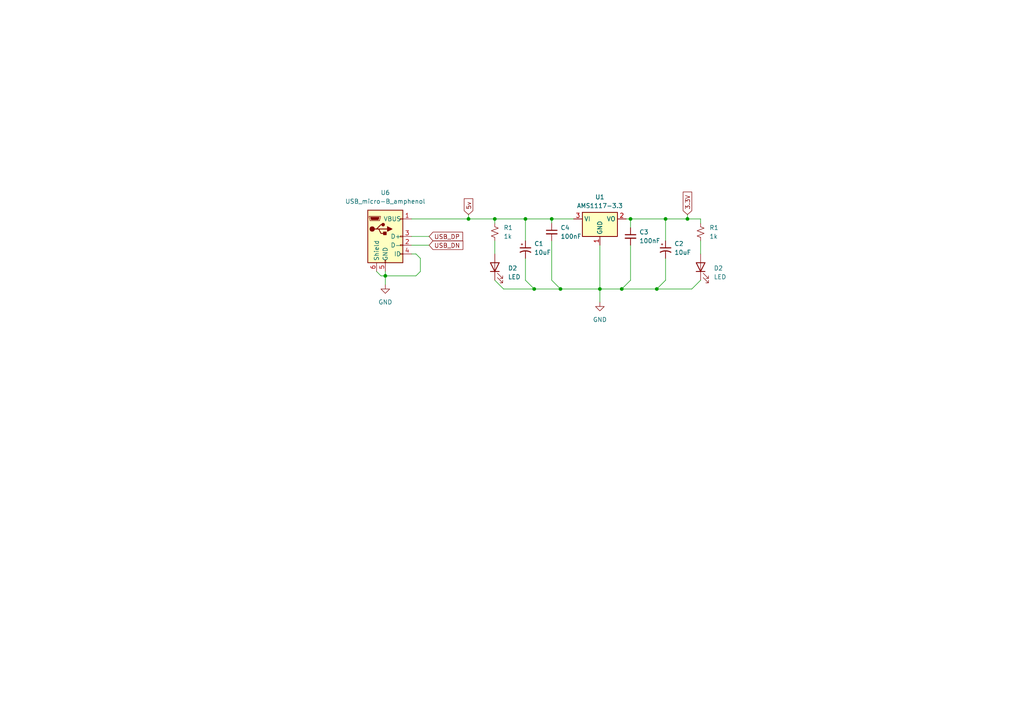
<source format=kicad_sch>
(kicad_sch (version 20230121) (generator eeschema)
  (paper "A4")
  (lib_symbols
    (symbol "Device:C_Polarized_Small_US" (pin_numbers hide) (pin_names (offset 0.254) hide)
      (property "Reference" "C" (at 0.254 1.778 0))
      (property "Value" "C_Polarized_Small_US" (at 0.254 -2.032 0))
      (symbol "C_Polarized_Small_US_0_1"
        (polyline (pts (xy -1.524 0.508) (xy 1.524 0.508)) (stroke (width 0.3048)))
        (polyline (pts (xy -1.27 1.524) (xy -0.762 1.524)))
        (polyline (pts (xy -1.016 1.27) (xy -1.016 1.778)))
        (arc (start 1.524 -0.762) (mid 0 -0.3734) (end -1.524 -0.762) (stroke (width 0.3048)))
      )
      (symbol "C_Polarized_Small_US_1_1"
        (pin passive line (at 0 2.54 270) (length 2.032) (name "~") (number "1"))
        (pin passive line (at 0 -2.54 90) (length 2.032) (name "~") (number "2"))
      )
    )
    (symbol "Device:C_Small" (pin_numbers hide) (pin_names (offset 0.254) hide)
      (property "Reference" "C" (at 0.254 1.778 0))
      (property "Value" "C_Small" (at 0.254 -2.032 0))
      (symbol "C_Small_0_1"
        (polyline (pts (xy -1.524 -0.508) (xy 1.524 -0.508)) (stroke (width 0.3302)))
        (polyline (pts (xy -1.524 0.508) (xy 1.524 0.508)) (stroke (width 0.3048)))
      )
      (symbol "C_Small_1_1"
        (pin passive line (at 0 2.54 270) (length 2.032) (name "~") (number "1"))
        (pin passive line (at 0 -2.54 90) (length 2.032) (name "~") (number "2"))
      )
    )
    (symbol "Device:LED" (pin_numbers hide) (pin_names (offset 1.016) hide)
      (property "Reference" "D" (at 0 2.54 0))
      (property "Value" "LED" (at 0 -2.54 0))
      (symbol "LED_0_1"
        (polyline (pts (xy -1.27 -1.27) (xy -1.27 1.27)) (stroke (width 0.254)))
        (polyline (pts (xy -1.27 0) (xy 1.27 0)))
        (polyline (pts (xy 1.27 -1.27) (xy 1.27 1.27) (xy -1.27 0) (xy 1.27 -1.27)) (stroke (width 0.254)))
        (polyline (pts (xy -3.048 -0.762) (xy -4.572 -2.286) (xy -3.81 -2.286) (xy -4.572 -2.286) (xy -4.572 -1.524)))
        (polyline (pts (xy -1.778 -0.762) (xy -3.302 -2.286) (xy -2.54 -2.286) (xy -3.302 -2.286) (xy -3.302 -1.524)))
      )
      (symbol "LED_1_1"
        (pin passive line (at -3.81 0 0) (length 2.54) (name "K") (number "1"))
        (pin passive line (at 3.81 0 180) (length 2.54) (name "A") (number "2"))
      )
    )
    (symbol "Device:R_Small_US" (pin_numbers hide) (pin_names (offset 0.254) hide)
      (property "Reference" "R" (at 0.762 0.508 0))
      (property "Value" "R_Small_US" (at 0.762 -1.016 0))
      (symbol "R_Small_US_1_1"
        (polyline (pts (xy 0 0) (xy 1.016 -0.381) (xy 0 -0.762) (xy -1.016 -1.143) (xy 0 -1.524)))
        (polyline (pts (xy 0 1.524) (xy 1.016 1.143) (xy 0 0.762) (xy -1.016 0.381) (xy 0 0)))
        (pin passive line (at 0 2.54 270) (length 1.016) (name "~") (number "1"))
        (pin passive line (at 0 -2.54 90) (length 1.016) (name "~") (number "2"))
      )
    )
    (symbol "My_Libraries:USB_B_micro"
      (property "Reference" "U" (at -6.35 6.35 0))
      (property "Value" "USB_micro-B_amphenol" (at 1.27 8.89 0))
      (symbol "USB_B_micro_0_1"
        (rectangle (start -5.08 -7.62) (end 5.08 7.62) (stroke (width 0.254)) (fill (type background)))
        (circle (center -3.81 2.159) (radius 0.635) (stroke (width 0.254)) (fill (type outline)))
        (circle (center -0.635 3.429) (radius 0.381) (stroke (width 0.254)) (fill (type outline)))
        (rectangle (start -0.127 -7.62) (end 0.127 -6.858))
        (polyline (pts (xy -1.905 2.159) (xy 0.635 2.159)) (stroke (width 0.254)))
        (polyline (pts (xy -3.175 2.159) (xy -2.54 2.159) (xy -1.27 3.429) (xy -0.635 3.429)) (stroke (width 0.254)))
        (polyline (pts (xy -2.54 2.159) (xy -1.905 2.159) (xy -1.27 0.889) (xy 0 0.889)) (stroke (width 0.254)))
        (polyline (pts (xy 0.635 2.794) (xy 0.635 1.524) (xy 1.905 2.159) (xy 0.635 2.794)) (stroke (width 0.254)) (fill (type outline)))
        (polyline (pts (xy -4.318 5.588) (xy -1.778 5.588) (xy -2.032 4.826) (xy -4.064 4.826) (xy -4.318 5.588)) (fill (type outline)))
        (polyline (pts (xy -4.699 5.842) (xy -4.699 5.588) (xy -4.445 4.826) (xy -4.445 4.572) (xy -1.651 4.572) (xy -1.651 4.826) (xy -1.397 5.588) (xy -1.397 5.842) (xy -4.699 5.842)))
        (rectangle (start 0.254 1.27) (end -0.508 0.508) (stroke (width 0.254)) (fill (type outline)))
        (rectangle (start 5.08 -5.207) (end 4.318 -4.953))
        (rectangle (start 5.08 -2.667) (end 4.318 -2.413))
        (rectangle (start 5.08 -0.127) (end 4.318 0.127))
        (rectangle (start 5.08 4.953) (end 4.318 5.207))
      )
      (symbol "USB_B_micro_1_1"
        (pin power_out line (at 7.62 5.08 180) (length 2.54) (name "VBUS") (number "1"))
        (pin bidirectional line (at 7.62 -2.54 180) (length 2.54) (name "D-") (number "2"))
        (pin bidirectional line (at 7.62 0 180) (length 2.54) (name "D+") (number "3"))
        (pin passive line (at 7.62 -5.08 180) (length 2.54) (name "ID") (number "4"))
        (pin power_out line (at 0 -10.16 90) (length 2.54) (name "GND") (number "5"))
        (pin passive line (at -2.54 -10.16 90) (length 2.54) (name "Shield") (number "6"))
      )
    )
    (symbol "Regulator_Linear:AMS1117-3.3"
      (property "Reference" "U" (at -3.81 3.175 0))
      (property "Value" "AMS1117-3.3" (at 0 3.175 0))
      (symbol "AMS1117-3.3_0_1"
        (rectangle (start -5.08 -5.08) (end 5.08 1.905) (stroke (width 0.254)) (fill (type background)))
      )
      (symbol "AMS1117-3.3_1_1"
        (pin power_in line (at 0 -7.62 90) (length 2.54) (name "GND") (number "1"))
        (pin power_out line (at 7.62 0 180) (length 2.54) (name "VO") (number "2"))
        (pin power_in line (at -7.62 0 0) (length 2.54) (name "VI") (number "3"))
      )
    )
    (symbol "power:GND" (power) (pin_names (offset 0))
      (property "Value" "GND" (at 0 -3.81 0))
      (symbol "GND_0_1"
        (polyline (pts (xy 0 0) (xy 0 -1.27) (xy 1.27 -1.27) (xy 0 -2.54) (xy -1.27 -1.27) (xy 0 -1.27)))
      )
      (symbol "GND_1_1"
        (pin power_in line (at 0 0 270) (length 0) hide (name "GND") (number "1"))
      )
    )
  )
  (junction (at 162.56 83.82))
  (junction (at 111.76 80.01))
  (junction (at 190.5 83.82))
  (junction (at 154.94 83.82))
  (junction (at 193.04 63.5))
  (junction (at 182.88 63.5))
  (junction (at 135.89 63.5))
  (junction (at 199.39 63.5))
  (junction (at 143.51 63.5))
  (junction (at 160.02 63.5))
  (junction (at 152.4 63.5))
  (junction (at 173.99 83.82))
  (junction (at 180.34 83.82))
  (wire (pts (xy 135.89 63.5) (xy 143.51 63.5)))
  (wire (pts (xy 152.4 81.28) (xy 154.94 83.82)))
  (wire (pts (xy 182.88 63.5) (xy 182.88 66.04)))
  (wire (pts (xy 111.76 80.01) (xy 111.76 82.55)))
  (wire (pts (xy 160.02 69.85) (xy 160.02 81.28)))
  (wire (pts (xy 173.99 83.82) (xy 180.34 83.82)))
  (wire (pts (xy 119.38 71.12) (xy 124.46 71.12)))
  (wire (pts (xy 120.65 73.66) (xy 121.92 74.93)))
  (wire (pts (xy 203.2 81.28) (xy 200.66 83.82)))
  (wire (pts (xy 190.5 83.82) (xy 200.66 83.82)))
  (wire (pts (xy 146.05 83.82) (xy 154.94 83.82)))
  (wire (pts (xy 199.39 63.5) (xy 203.2 63.5)))
  (wire (pts (xy 152.4 63.5) (xy 152.4 69.85)))
  (wire (pts (xy 203.2 69.85) (xy 203.2 73.66)))
  (wire (pts (xy 173.99 71.12) (xy 173.99 83.82)))
  (wire (pts (xy 173.99 83.82) (xy 173.99 87.63)))
  (wire (pts (xy 193.04 81.28) (xy 190.5 83.82)))
  (wire (pts (xy 119.38 73.66) (xy 120.65 73.66)))
  (wire (pts (xy 111.76 80.01) (xy 120.65 80.01)))
  (wire (pts (xy 182.88 63.5) (xy 193.04 63.5)))
  (wire (pts (xy 182.88 81.28) (xy 180.34 83.82)))
  (wire (pts (xy 160.02 81.28) (xy 162.56 83.82)))
  (wire (pts (xy 135.89 62.23) (xy 135.89 63.5)))
  (wire (pts (xy 152.4 63.5) (xy 160.02 63.5)))
  (wire (pts (xy 152.4 74.93) (xy 152.4 81.28)))
  (wire (pts (xy 162.56 83.82) (xy 173.99 83.82)))
  (wire (pts (xy 193.04 63.5) (xy 199.39 63.5)))
  (wire (pts (xy 121.92 74.93) (xy 121.92 78.74)))
  (wire (pts (xy 143.51 69.85) (xy 143.51 73.66)))
  (wire (pts (xy 119.38 63.5) (xy 135.89 63.5)))
  (wire (pts (xy 111.76 78.74) (xy 111.76 80.01)))
  (wire (pts (xy 143.51 81.28) (xy 146.05 83.82)))
  (wire (pts (xy 143.51 63.5) (xy 143.51 64.77)))
  (wire (pts (xy 193.04 74.93) (xy 193.04 81.28)))
  (wire (pts (xy 182.88 71.12) (xy 182.88 81.28)))
  (wire (pts (xy 119.38 68.58) (xy 124.46 68.58)))
  (wire (pts (xy 110.49 80.01) (xy 111.76 80.01)))
  (wire (pts (xy 199.39 63.5) (xy 199.39 62.23)))
  (wire (pts (xy 180.34 83.82) (xy 190.5 83.82)))
  (wire (pts (xy 166.37 63.5) (xy 160.02 63.5)))
  (wire (pts (xy 193.04 63.5) (xy 193.04 69.85)))
  (wire (pts (xy 160.02 63.5) (xy 160.02 64.77)))
  (wire (pts (xy 143.51 63.5) (xy 152.4 63.5)))
  (wire (pts (xy 109.22 78.74) (xy 110.49 80.01)))
  (wire (pts (xy 121.92 78.74) (xy 120.65 80.01)))
  (wire (pts (xy 181.61 63.5) (xy 182.88 63.5)))
  (wire (pts (xy 203.2 63.5) (xy 203.2 64.77)))
  (wire (pts (xy 154.94 83.82) (xy 162.56 83.82)))
  (global_label "USB_DN" (shape input) (at 124.46 71.12 0) (property "Intersheetrefs" "${INTERSHEET_REFS}" (effects hide)))
  (global_label "3.3V" (shape input) (at 199.39 62.23 90) (property "Intersheetrefs" "${INTERSHEET_REFS}" (effects hide)))
  (global_label "USB_DP" (shape input) (at 124.46 68.58 0) (property "Intersheetrefs" "${INTERSHEET_REFS}" (effects hide)))
  (global_label "5v" (shape input) (at 135.89 62.23 90) (property "Intersheetrefs" "${INTERSHEET_REFS}" (effects hide)))
  (symbol (lib_id "Regulator_Linear:AMS1117-3.3") (at 173.99 63.5 0) (unit 1)
    (property "Reference" "U1" (at 173.99 57.15 0))
    (property "Value" "AMS1117-3.3" (at 173.99 59.69 0))
    (property "Footprint" "Package_TO_SOT_SMD:SOT-223-3_TabPin2" (effects hide))
    (property "Datasheet" "http://www.advanced-monolithic.com/pdf/ds1117.pdf" (effects hide))
  )
  (symbol (lib_id "Device:R_Small_US") (at 143.51 67.31 0) (unit 1)
    (property "Reference" "R1" (at 146.05 66.04 0) (effects (justify left)))
    (property "Value" "1k" (at 146.05 68.58 0) (effects (justify left)))
    (property "Footprint" "Resistor_SMD:R_0603_1608Metric_Pad0.98x0.95mm_HandSolder" (effects hide))
  )
  (symbol (lib_id "Device:LED") (at 143.51 77.47 90) (unit 1)
    (property "Reference" "D2" (at 147.32 77.7875 90) (effects (justify right)))
    (property "Value" "LED" (at 147.32 80.3275 90) (effects (justify right)))
    (property "Footprint" "LED_SMD:LED_0603_1608Metric_Pad1.05x0.95mm_HandSolder" (effects hide))
    (instances (project "LoRa_MuPr-VAF4751" (path "" (reference "D2") (unit 1))) (project "LoRa_MuPr-VAF4751_L" (path "" (reference "D1") (unit 1))))
  )
  (symbol (lib_id "Device:LED") (at 203.2 77.47 90) (unit 1)
    (property "Reference" "D2" (at 207.01 77.7875 90) (effects (justify right)))
    (property "Value" "LED" (at 207.01 80.3275 90) (effects (justify right)))
    (property "Footprint" "LED_SMD:LED_0603_1608Metric_Pad1.05x0.95mm_HandSolder" (effects hide))
  )
  (symbol (lib_id "power:GND") (at 111.76 82.55 0) (unit 1)
    (property "Reference" "#PWR014" (effects hide))
    (property "Value" "GND" (at 111.76 87.63 0))
    (instances (project "LoRa_MuPr-VAF4751" (path "" (reference "#PWR014") (unit 1))) (project "LoRa_MuPr-VAF4751_L" (path "" (reference "#PWR01") (unit 1))))
  )
  (symbol (lib_id "Device:C_Small") (at 182.88 68.58 0) (unit 1)
    (property "Reference" "C3" (at 185.42 67.3163 0) (effects (justify left)))
    (property "Value" "100nF" (at 185.42 69.8563 0) (effects (justify left)))
    (property "Footprint" "Capacitor_SMD:C_0603_1608Metric_Pad1.08x0.95mm_HandSolder" (effects hide))
    (instances (project "LoRa_MuPr-VAF4751" (path "" (reference "C3") (unit 1))) (project "LoRa_MuPr-VAF4751_L" (path "" (reference "C2") (unit 1))))
  )
  (symbol (lib_id "Device:C_Polarized_Small_US") (at 152.4 72.39 0) (unit 1)
    (property "Reference" "C1" (at 154.94 70.6882 0) (effects (justify left)))
    (property "Value" "10uF" (at 154.94 73.2282 0) (effects (justify left)))
    (property "Footprint" "Capacitor_Tantalum_SMD:CP_EIA-3216-18_Kemet-A_Pad1.58x1.35mm_HandSolder" (effects hide))
    (instances (project "LoRa_MuPr-VAF4751" (path "" (reference "C1") (unit 1))) (project "LoRa_MuPr-VAF4751_L" (path "" (reference "C3") (unit 1))))
  )
  (symbol (lib_id "Device:C_Polarized_Small_US") (at 193.04 72.39 0) (unit 1)
    (property "Reference" "C2" (at 195.58 70.6882 0) (effects (justify left)))
    (property "Value" "10uF" (at 195.58 73.2282 0) (effects (justify left)))
    (property "Footprint" "Capacitor_Tantalum_SMD:CP_EIA-3216-18_Kemet-A_Pad1.58x1.35mm_HandSolder" (effects hide))
    (instances (project "LoRa_MuPr-VAF4751" (path "" (reference "C2") (unit 1))) (project "LoRa_MuPr-VAF4751_L" (path "" (reference "C4") (unit 1))))
  )
  (symbol (lib_id "power:GND") (at 173.99 87.63 0) (unit 1)
    (property "Reference" "#PWR02" (effects hide))
    (property "Value" "GND" (at 173.99 92.71 0))
  )
  (symbol (lib_id "Device:C_Small") (at 160.02 67.31 0) (unit 1)
    (property "Reference" "C4" (at 162.56 66.0463 0) (effects (justify left)))
    (property "Value" "100nF" (at 162.56 68.5863 0) (effects (justify left)))
    (property "Footprint" "Capacitor_SMD:C_0603_1608Metric_Pad1.08x0.95mm_HandSolder" (effects hide))
    (instances (project "LoRa_MuPr-VAF4751" (path "" (reference "C4") (unit 1))) (project "LoRa_MuPr-VAF4751_L" (path "" (reference "C1") (unit 1))))
  )
  (symbol (lib_id "My_Libraries:USB_B_micro") (at 111.76 68.58 0) (unit 1)
    (property "Reference" "U6" (at 111.76 55.88 0))
    (property "Value" "USB_micro-B_amphenol" (at 111.76 58.42 0))
    (property "Footprint" "user_footprint:USB_micro-B_amphenol_101181994_horizontal" (effects hide))
    (instances (project "LoRa_MuPr-VAF4751" (path "" (reference "U6") (unit 1))) (project "LoRa_MuPr-VAF4751_L" (path "" (reference "U2") (unit 1))))
  )
  (symbol (lib_id "Device:R_Small_US") (at 203.2 67.31 0) (unit 1)
    (property "Reference" "R1" (at 205.74 66.04 0) (effects (justify left)))
    (property "Value" "1k" (at 205.74 68.58 0) (effects (justify left)))
    (property "Footprint" "Resistor_SMD:R_0603_1608Metric_Pad0.98x0.95mm_HandSolder" (effects hide))
    (instances (project "LoRa_MuPr-VAF4751" (path "" (reference "R1") (unit 1))) (project "LoRa_MuPr-VAF4751_L" (path "" (reference "R8") (unit 1))))
  )
)
</source>
